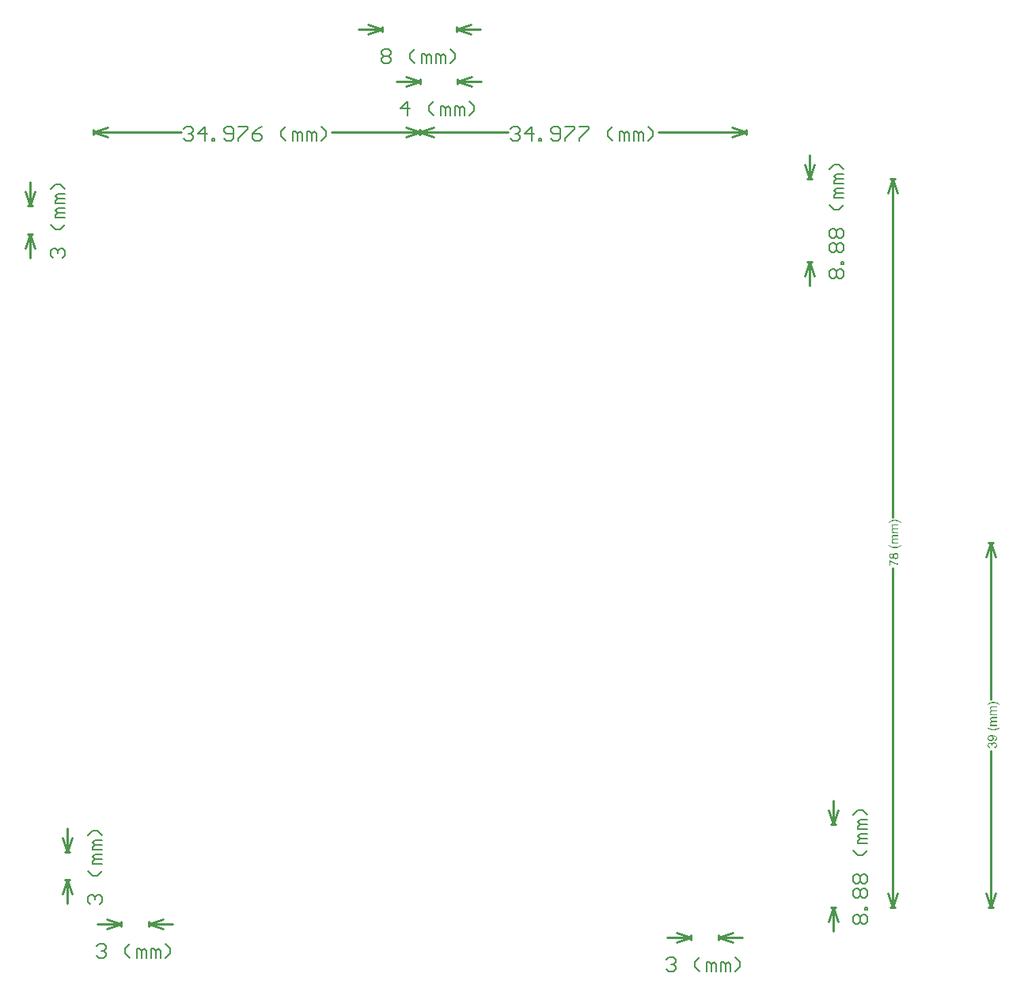
<source format=gtp>
G04*
G04 #@! TF.GenerationSoftware,Altium Limited,Altium Designer,18.1.7 (191)*
G04*
G04 Layer_Color=8421504*
%FSLAX25Y25*%
%MOIN*%
G70*
G01*
G75*
%ADD10C,0.01000*%
%ADD12C,0.00600*%
G36*
X651249Y206038D02*
X651313D01*
X651389Y206032D01*
X651471Y206021D01*
X651565Y206009D01*
X651664Y205997D01*
X651776Y205980D01*
X652004Y205927D01*
X652249Y205863D01*
X652372Y205816D01*
X652495Y205769D01*
X652501Y205763D01*
X652524Y205757D01*
X652559Y205740D01*
X652606Y205722D01*
X652665Y205693D01*
X652729Y205664D01*
X652805Y205629D01*
X652887Y205588D01*
X653062Y205488D01*
X653256Y205377D01*
X653454Y205254D01*
X653648Y205114D01*
Y204775D01*
X653642D01*
X653636Y204786D01*
X653612Y204792D01*
X653589Y204810D01*
X653560Y204827D01*
X653525Y204845D01*
X653478Y204868D01*
X653431Y204897D01*
X653320Y204956D01*
X653185Y205020D01*
X653033Y205096D01*
X652864Y205167D01*
X652676Y205243D01*
X652483Y205313D01*
X652273Y205377D01*
X652056Y205436D01*
X651828Y205488D01*
X651600Y205523D01*
X651366Y205553D01*
X651132Y205558D01*
X651126D01*
X651109D01*
X651085D01*
X651050D01*
X651003Y205553D01*
X650951D01*
X650892Y205547D01*
X650828D01*
X650676Y205529D01*
X650512Y205512D01*
X650336Y205483D01*
X650155Y205441D01*
X650149D01*
X650138Y205436D01*
X650114Y205430D01*
X650091Y205424D01*
X650056Y205418D01*
X650009Y205406D01*
X649915Y205377D01*
X649798Y205342D01*
X649670Y205301D01*
X649535Y205254D01*
X649400Y205196D01*
X649389Y205190D01*
X649377Y205184D01*
X649354Y205172D01*
X649330Y205161D01*
X649295Y205143D01*
X649260Y205126D01*
X649213Y205102D01*
X649160Y205079D01*
X649102Y205050D01*
X649038Y205014D01*
X648968Y204974D01*
X648891Y204933D01*
X648804Y204886D01*
X648710Y204833D01*
X648611Y204775D01*
Y205114D01*
X648617Y205120D01*
X648640Y205137D01*
X648675Y205161D01*
X648722Y205196D01*
X648786Y205237D01*
X648856Y205284D01*
X648932Y205336D01*
X649026Y205389D01*
X649120Y205447D01*
X649225Y205506D01*
X649447Y205629D01*
X649687Y205740D01*
X649810Y205792D01*
X649933Y205839D01*
X649939D01*
X649956Y205851D01*
X649991Y205857D01*
X650032Y205874D01*
X650085Y205886D01*
X650149Y205904D01*
X650219Y205921D01*
X650295Y205945D01*
X650383Y205962D01*
X650477Y205980D01*
X650681Y206015D01*
X650898Y206038D01*
X651132Y206044D01*
X651138D01*
X651161D01*
X651202D01*
X651249Y206038D01*
D02*
G37*
G36*
X652518Y203646D02*
X650769D01*
X650763D01*
X650758D01*
X650723D01*
X650670D01*
X650611Y203640D01*
X650477Y203628D01*
X650412Y203616D01*
X650360Y203599D01*
X650354D01*
X650336Y203587D01*
X650313Y203575D01*
X650284Y203558D01*
X650254Y203534D01*
X650219Y203505D01*
X650184Y203470D01*
X650155Y203429D01*
X650149Y203423D01*
X650143Y203406D01*
X650132Y203382D01*
X650114Y203353D01*
X650102Y203312D01*
X650091Y203259D01*
X650085Y203207D01*
X650079Y203148D01*
Y203101D01*
X650091Y203043D01*
X650102Y202979D01*
X650126Y202903D01*
X650161Y202821D01*
X650213Y202733D01*
X650278Y202657D01*
X650290Y202651D01*
X650313Y202628D01*
X650360Y202598D01*
X650430Y202563D01*
X650518Y202522D01*
X650623Y202493D01*
X650752Y202470D01*
X650904Y202464D01*
X652518D01*
Y201990D01*
X650711D01*
X650705D01*
X650699D01*
X650681D01*
X650658D01*
X650600Y201984D01*
X650535Y201978D01*
X650453Y201961D01*
X650377Y201943D01*
X650301Y201914D01*
X650237Y201873D01*
X650231Y201867D01*
X650213Y201850D01*
X650184Y201826D01*
X650155Y201785D01*
X650132Y201733D01*
X650102Y201668D01*
X650085Y201592D01*
X650079Y201499D01*
Y201464D01*
X650085Y201428D01*
X650091Y201376D01*
X650102Y201323D01*
X650126Y201259D01*
X650149Y201194D01*
X650184Y201130D01*
X650190Y201124D01*
X650202Y201101D01*
X650231Y201072D01*
X650260Y201037D01*
X650307Y200995D01*
X650360Y200955D01*
X650424Y200920D01*
X650494Y200884D01*
X650506Y200879D01*
X650529Y200873D01*
X650576Y200861D01*
X650641Y200849D01*
X650723Y200832D01*
X650822Y200820D01*
X650939Y200814D01*
X651074Y200808D01*
X652518D01*
Y200335D01*
X649734D01*
Y200756D01*
X650126D01*
X650114Y200762D01*
X650091Y200779D01*
X650056Y200808D01*
X650009Y200849D01*
X649956Y200896D01*
X649903Y200955D01*
X649845Y201025D01*
X649798Y201101D01*
X649792Y201113D01*
X649781Y201142D01*
X649757Y201189D01*
X649734Y201247D01*
X649710Y201323D01*
X649687Y201405D01*
X649675Y201504D01*
X649670Y201604D01*
Y201657D01*
X649675Y201715D01*
X649687Y201785D01*
X649699Y201861D01*
X649722Y201949D01*
X649757Y202031D01*
X649798Y202107D01*
X649804Y202119D01*
X649822Y202142D01*
X649851Y202177D01*
X649892Y202218D01*
X649944Y202265D01*
X650003Y202312D01*
X650079Y202353D01*
X650161Y202388D01*
X650155Y202394D01*
X650138Y202405D01*
X650114Y202423D01*
X650085Y202446D01*
X650044Y202481D01*
X650003Y202522D01*
X649962Y202569D01*
X649915Y202622D01*
X649868Y202680D01*
X649827Y202745D01*
X649746Y202897D01*
X649716Y202979D01*
X649693Y203066D01*
X649675Y203154D01*
X649670Y203254D01*
Y203295D01*
X649675Y203324D01*
Y203359D01*
X649681Y203400D01*
X649699Y203488D01*
X649728Y203593D01*
X649769Y203698D01*
X649827Y203798D01*
X649903Y203891D01*
X649915Y203903D01*
X649944Y203926D01*
X650003Y203961D01*
X650079Y204008D01*
X650178Y204049D01*
X650295Y204084D01*
X650442Y204108D01*
X650524Y204119D01*
X650611D01*
X652518D01*
Y203646D01*
D02*
G37*
G36*
Y199176D02*
X650769D01*
X650763D01*
X650758D01*
X650723D01*
X650670D01*
X650611Y199170D01*
X650477Y199159D01*
X650412Y199147D01*
X650360Y199129D01*
X650354D01*
X650336Y199118D01*
X650313Y199106D01*
X650284Y199088D01*
X650254Y199065D01*
X650219Y199036D01*
X650184Y199001D01*
X650155Y198960D01*
X650149Y198954D01*
X650143Y198936D01*
X650132Y198913D01*
X650114Y198884D01*
X650102Y198843D01*
X650091Y198790D01*
X650085Y198737D01*
X650079Y198679D01*
Y198632D01*
X650091Y198574D01*
X650102Y198509D01*
X650126Y198433D01*
X650161Y198351D01*
X650213Y198264D01*
X650278Y198187D01*
X650290Y198182D01*
X650313Y198158D01*
X650360Y198129D01*
X650430Y198094D01*
X650518Y198053D01*
X650623Y198024D01*
X650752Y198000D01*
X650904Y197994D01*
X652518D01*
Y197521D01*
X650711D01*
X650705D01*
X650699D01*
X650681D01*
X650658D01*
X650600Y197515D01*
X650535Y197509D01*
X650453Y197491D01*
X650377Y197474D01*
X650301Y197445D01*
X650237Y197404D01*
X650231Y197398D01*
X650213Y197380D01*
X650184Y197357D01*
X650155Y197316D01*
X650132Y197263D01*
X650102Y197199D01*
X650085Y197123D01*
X650079Y197029D01*
Y196994D01*
X650085Y196959D01*
X650091Y196906D01*
X650102Y196854D01*
X650126Y196789D01*
X650149Y196725D01*
X650184Y196661D01*
X650190Y196655D01*
X650202Y196631D01*
X650231Y196602D01*
X650260Y196567D01*
X650307Y196526D01*
X650360Y196485D01*
X650424Y196450D01*
X650494Y196415D01*
X650506Y196409D01*
X650529Y196403D01*
X650576Y196392D01*
X650641Y196380D01*
X650723Y196362D01*
X650822Y196351D01*
X650939Y196345D01*
X651074Y196339D01*
X652518D01*
Y195865D01*
X649734D01*
Y196286D01*
X650126D01*
X650114Y196292D01*
X650091Y196310D01*
X650056Y196339D01*
X650009Y196380D01*
X649956Y196427D01*
X649903Y196485D01*
X649845Y196555D01*
X649798Y196631D01*
X649792Y196643D01*
X649781Y196672D01*
X649757Y196719D01*
X649734Y196778D01*
X649710Y196854D01*
X649687Y196936D01*
X649675Y197035D01*
X649670Y197134D01*
Y197187D01*
X649675Y197246D01*
X649687Y197316D01*
X649699Y197392D01*
X649722Y197480D01*
X649757Y197562D01*
X649798Y197638D01*
X649804Y197649D01*
X649822Y197673D01*
X649851Y197708D01*
X649892Y197749D01*
X649944Y197796D01*
X650003Y197842D01*
X650079Y197883D01*
X650161Y197918D01*
X650155Y197924D01*
X650138Y197936D01*
X650114Y197953D01*
X650085Y197977D01*
X650044Y198012D01*
X650003Y198053D01*
X649962Y198100D01*
X649915Y198152D01*
X649868Y198211D01*
X649827Y198275D01*
X649746Y198427D01*
X649716Y198509D01*
X649693Y198597D01*
X649675Y198685D01*
X649670Y198784D01*
Y198825D01*
X649675Y198854D01*
Y198890D01*
X649681Y198931D01*
X649699Y199018D01*
X649728Y199124D01*
X649769Y199229D01*
X649827Y199328D01*
X649903Y199422D01*
X649915Y199434D01*
X649944Y199457D01*
X650003Y199492D01*
X650079Y199539D01*
X650178Y199580D01*
X650295Y199615D01*
X650442Y199638D01*
X650524Y199650D01*
X650611D01*
X652518D01*
Y199176D01*
D02*
G37*
G36*
X653648Y194988D02*
X653642Y194982D01*
X653624Y194970D01*
X653595Y194952D01*
X653560Y194923D01*
X653513Y194888D01*
X653454Y194847D01*
X653390Y194806D01*
X653314Y194759D01*
X653238Y194707D01*
X653150Y194654D01*
X653051Y194602D01*
X652951Y194543D01*
X652735Y194432D01*
X652495Y194326D01*
X652489D01*
X652466Y194315D01*
X652431Y194303D01*
X652378Y194286D01*
X652319Y194262D01*
X652249Y194239D01*
X652167Y194215D01*
X652074Y194192D01*
X651980Y194169D01*
X651869Y194145D01*
X651758Y194122D01*
X651641Y194098D01*
X651389Y194069D01*
X651261Y194063D01*
X651132Y194057D01*
X651126D01*
X651103D01*
X651068D01*
X651027Y194063D01*
X650968D01*
X650904Y194069D01*
X650828Y194075D01*
X650746Y194081D01*
X650658Y194093D01*
X650564Y194104D01*
X650360Y194139D01*
X650149Y194192D01*
X649933Y194256D01*
X649927Y194262D01*
X649903Y194268D01*
X649868Y194280D01*
X649822Y194303D01*
X649757Y194326D01*
X649687Y194356D01*
X649611Y194391D01*
X649517Y194438D01*
X649424Y194484D01*
X649319Y194537D01*
X649207Y194596D01*
X649096Y194666D01*
X648979Y194736D01*
X648856Y194812D01*
X648734Y194900D01*
X648611Y194988D01*
Y195327D01*
X648617Y195321D01*
X648634Y195315D01*
X648663Y195298D01*
X648698Y195274D01*
X648745Y195251D01*
X648798Y195222D01*
X648915Y195151D01*
X649044Y195081D01*
X649172Y195011D01*
X649295Y194952D01*
X649348Y194929D01*
X649395Y194906D01*
X649400D01*
X649412Y194900D01*
X649430Y194888D01*
X649459Y194876D01*
X649488Y194865D01*
X649529Y194847D01*
X649623Y194812D01*
X649734Y194771D01*
X649862Y194730D01*
X650003Y194689D01*
X650149Y194654D01*
X650155D01*
X650173Y194648D01*
X650196Y194642D01*
X650231Y194637D01*
X650278Y194631D01*
X650330Y194619D01*
X650389Y194607D01*
X650453Y194602D01*
X650600Y194578D01*
X650769Y194561D01*
X650945Y194549D01*
X651132Y194543D01*
X651138D01*
X651144D01*
X651161D01*
X651191D01*
X651220Y194549D01*
X651255D01*
X651302D01*
X651348Y194555D01*
X651460Y194566D01*
X651594Y194584D01*
X651746Y194607D01*
X651916Y194642D01*
X652103Y194683D01*
X652296Y194736D01*
X652507Y194800D01*
X652723Y194876D01*
X652946Y194964D01*
X653180Y195070D01*
X653413Y195186D01*
X653648Y195327D01*
Y194988D01*
D02*
G37*
G36*
X650699Y191998D02*
X650775D01*
X650851Y191992D01*
X650939Y191987D01*
X651126Y191963D01*
X651325Y191934D01*
X651518Y191893D01*
X651606Y191869D01*
X651694Y191840D01*
X651699D01*
X651711Y191834D01*
X651734Y191823D01*
X651764Y191811D01*
X651805Y191794D01*
X651846Y191776D01*
X651939Y191723D01*
X652050Y191653D01*
X652162Y191571D01*
X652267Y191478D01*
X652360Y191366D01*
Y191361D01*
X652372Y191355D01*
X652378Y191337D01*
X652396Y191308D01*
X652413Y191279D01*
X652431Y191244D01*
X652472Y191156D01*
X652513Y191045D01*
X652548Y190922D01*
X652571Y190776D01*
X652583Y190623D01*
Y190583D01*
X652577Y190547D01*
Y190512D01*
X652571Y190465D01*
X652554Y190360D01*
X652524Y190243D01*
X652478Y190120D01*
X652419Y190003D01*
X652337Y189886D01*
X652331Y189881D01*
X652325Y189875D01*
X652290Y189840D01*
X652232Y189793D01*
X652156Y189734D01*
X652056Y189676D01*
X651933Y189623D01*
X651793Y189576D01*
X651629Y189547D01*
X651594Y189997D01*
X651600D01*
X651606D01*
X651623Y190003D01*
X651647Y190009D01*
X651705Y190021D01*
X651770Y190044D01*
X651846Y190074D01*
X651922Y190109D01*
X651998Y190155D01*
X652056Y190214D01*
X652062Y190220D01*
X652080Y190243D01*
X652103Y190278D01*
X652127Y190331D01*
X652150Y190390D01*
X652173Y190460D01*
X652191Y190542D01*
X652197Y190635D01*
Y190670D01*
X652191Y190711D01*
X652185Y190764D01*
X652173Y190822D01*
X652156Y190887D01*
X652132Y190951D01*
X652097Y191015D01*
X652091Y191021D01*
X652080Y191045D01*
X652056Y191074D01*
X652027Y191109D01*
X651992Y191156D01*
X651945Y191197D01*
X651893Y191244D01*
X651834Y191285D01*
X651828Y191290D01*
X651805Y191302D01*
X651764Y191320D01*
X651711Y191349D01*
X651647Y191372D01*
X651571Y191402D01*
X651483Y191431D01*
X651383Y191460D01*
X651378D01*
X651372Y191466D01*
X651354D01*
X651337Y191472D01*
X651278Y191483D01*
X651202Y191495D01*
X651114Y191507D01*
X651021Y191518D01*
X650915Y191530D01*
X650804D01*
X650799D01*
X650781D01*
X650752D01*
X650711D01*
X650723Y191524D01*
X650746Y191501D01*
X650793Y191472D01*
X650840Y191425D01*
X650898Y191372D01*
X650962Y191302D01*
X651021Y191226D01*
X651079Y191138D01*
X651085Y191127D01*
X651103Y191097D01*
X651120Y191045D01*
X651144Y190980D01*
X651173Y190904D01*
X651191Y190816D01*
X651208Y190717D01*
X651214Y190612D01*
Y190565D01*
X651208Y190530D01*
X651202Y190489D01*
X651196Y190442D01*
X651173Y190331D01*
X651132Y190202D01*
X651103Y190138D01*
X651068Y190068D01*
X651027Y190003D01*
X650980Y189933D01*
X650927Y189869D01*
X650869Y189804D01*
X650863Y189799D01*
X650851Y189793D01*
X650834Y189775D01*
X650804Y189752D01*
X650769Y189728D01*
X650728Y189699D01*
X650681Y189670D01*
X650623Y189641D01*
X650564Y189611D01*
X650494Y189582D01*
X650418Y189553D01*
X650336Y189530D01*
X650249Y189506D01*
X650161Y189489D01*
X650061Y189483D01*
X649956Y189477D01*
X649950D01*
X649933D01*
X649898D01*
X649857Y189483D01*
X649810Y189489D01*
X649751Y189494D01*
X649687Y189506D01*
X649617Y189518D01*
X649471Y189559D01*
X649389Y189588D01*
X649313Y189623D01*
X649231Y189658D01*
X649155Y189705D01*
X649085Y189758D01*
X649014Y189816D01*
X649008Y189822D01*
X648997Y189834D01*
X648979Y189851D01*
X648956Y189881D01*
X648932Y189910D01*
X648903Y189951D01*
X648868Y189997D01*
X648833Y190056D01*
X648804Y190114D01*
X648769Y190179D01*
X648710Y190325D01*
X648693Y190407D01*
X648675Y190495D01*
X648663Y190588D01*
X648657Y190682D01*
Y190717D01*
X648663Y190746D01*
Y190776D01*
X648669Y190816D01*
X648681Y190910D01*
X648710Y191015D01*
X648745Y191127D01*
X648792Y191249D01*
X648862Y191366D01*
Y191372D01*
X648874Y191378D01*
X648886Y191396D01*
X648897Y191419D01*
X648944Y191472D01*
X649008Y191542D01*
X649096Y191618D01*
X649190Y191700D01*
X649307Y191776D01*
X649441Y191840D01*
X649447D01*
X649459Y191846D01*
X649482Y191858D01*
X649511Y191864D01*
X649547Y191881D01*
X649593Y191893D01*
X649652Y191905D01*
X649716Y191922D01*
X649787Y191940D01*
X649868Y191951D01*
X649956Y191969D01*
X650050Y191981D01*
X650155Y191987D01*
X650266Y191998D01*
X650389Y192004D01*
X650518D01*
X650524D01*
X650553D01*
X650588D01*
X650641D01*
X650699Y191998D01*
D02*
G37*
G36*
X651465Y189003D02*
X651512Y188997D01*
X651559Y188991D01*
X651617Y188980D01*
X651676Y188962D01*
X651811Y188921D01*
X651887Y188892D01*
X651957Y188851D01*
X652027Y188810D01*
X652097Y188763D01*
X652167Y188705D01*
X652238Y188640D01*
X652244Y188635D01*
X652255Y188623D01*
X652267Y188605D01*
X652290Y188576D01*
X652319Y188541D01*
X652349Y188494D01*
X652378Y188441D01*
X652407Y188389D01*
X652442Y188324D01*
X652472Y188254D01*
X652501Y188178D01*
X652530Y188096D01*
X652554Y188008D01*
X652565Y187915D01*
X652577Y187815D01*
X652583Y187716D01*
Y187669D01*
X652577Y187634D01*
X652571Y187587D01*
X652565Y187540D01*
X652559Y187482D01*
X652548Y187424D01*
X652513Y187289D01*
X652454Y187149D01*
X652425Y187078D01*
X652384Y187014D01*
X652337Y186944D01*
X652284Y186880D01*
X652279Y186874D01*
X652273Y186868D01*
X652255Y186850D01*
X652232Y186827D01*
X652197Y186803D01*
X652162Y186774D01*
X652121Y186739D01*
X652074Y186710D01*
X651957Y186640D01*
X651822Y186581D01*
X651670Y186529D01*
X651588Y186511D01*
X651501Y186499D01*
X651436Y186973D01*
X651442D01*
X651454Y186979D01*
X651477D01*
X651501Y186991D01*
X651571Y187008D01*
X651658Y187037D01*
X651752Y187073D01*
X651852Y187119D01*
X651939Y187178D01*
X652015Y187242D01*
X652021Y187254D01*
X652045Y187277D01*
X652068Y187318D01*
X652103Y187377D01*
X652132Y187441D01*
X652162Y187523D01*
X652185Y187617D01*
X652191Y187716D01*
Y187751D01*
X652185Y187775D01*
X652179Y187833D01*
X652162Y187909D01*
X652132Y188003D01*
X652097Y188096D01*
X652039Y188190D01*
X651963Y188278D01*
X651951Y188289D01*
X651922Y188313D01*
X651875Y188348D01*
X651805Y188395D01*
X651723Y188436D01*
X651623Y188471D01*
X651512Y188494D01*
X651389Y188506D01*
X651383D01*
X651378D01*
X651360D01*
X651337Y188500D01*
X651278Y188494D01*
X651202Y188477D01*
X651120Y188453D01*
X651027Y188412D01*
X650939Y188359D01*
X650857Y188289D01*
X650845Y188278D01*
X650822Y188254D01*
X650793Y188207D01*
X650752Y188143D01*
X650711Y188067D01*
X650681Y187973D01*
X650658Y187874D01*
X650646Y187757D01*
Y187704D01*
X650652Y187663D01*
X650658Y187617D01*
X650664Y187558D01*
X650676Y187494D01*
X650693Y187424D01*
X650278Y187476D01*
Y187505D01*
X650284Y187529D01*
Y187605D01*
X650278Y187657D01*
X650266Y187734D01*
X650249Y187815D01*
X650219Y187903D01*
X650184Y187997D01*
X650132Y188090D01*
X650126Y188102D01*
X650102Y188131D01*
X650061Y188166D01*
X650009Y188213D01*
X649944Y188260D01*
X649862Y188295D01*
X649763Y188324D01*
X649646Y188336D01*
X649640D01*
X649634D01*
X649605D01*
X649558Y188324D01*
X649494Y188313D01*
X649430Y188295D01*
X649359Y188260D01*
X649283Y188219D01*
X649219Y188161D01*
X649213Y188155D01*
X649190Y188131D01*
X649160Y188090D01*
X649131Y188038D01*
X649096Y187973D01*
X649073Y187897D01*
X649049Y187810D01*
X649044Y187710D01*
Y187663D01*
X649055Y187611D01*
X649067Y187552D01*
X649085Y187476D01*
X649120Y187400D01*
X649160Y187324D01*
X649219Y187248D01*
X649225Y187242D01*
X649248Y187219D01*
X649289Y187189D01*
X649348Y187154D01*
X649418Y187113D01*
X649506Y187078D01*
X649611Y187043D01*
X649734Y187020D01*
X649652Y186546D01*
X649646D01*
X649628Y186552D01*
X649605Y186558D01*
X649576Y186564D01*
X649535Y186575D01*
X649488Y186587D01*
X649383Y186628D01*
X649266Y186675D01*
X649143Y186745D01*
X649026Y186827D01*
X648921Y186932D01*
X648915Y186938D01*
X648909Y186944D01*
X648897Y186961D01*
X648880Y186991D01*
X648862Y187020D01*
X648839Y187055D01*
X648786Y187143D01*
X648739Y187254D01*
X648698Y187388D01*
X648669Y187535D01*
X648657Y187617D01*
Y187751D01*
X648663Y187810D01*
X648675Y187886D01*
X648693Y187973D01*
X648716Y188073D01*
X648751Y188172D01*
X648798Y188272D01*
Y188278D01*
X648804Y188284D01*
X648821Y188319D01*
X648850Y188365D01*
X648891Y188424D01*
X648944Y188488D01*
X649008Y188558D01*
X649085Y188623D01*
X649166Y188681D01*
X649178Y188687D01*
X649207Y188705D01*
X649254Y188728D01*
X649313Y188751D01*
X649389Y188775D01*
X649471Y188798D01*
X649558Y188816D01*
X649658Y188822D01*
X649670D01*
X649699D01*
X649746Y188816D01*
X649804Y188804D01*
X649874Y188787D01*
X649950Y188763D01*
X650032Y188734D01*
X650108Y188687D01*
X650120Y188681D01*
X650143Y188664D01*
X650178Y188629D01*
X650225Y188588D01*
X650278Y188529D01*
X650330Y188465D01*
X650389Y188383D01*
X650436Y188289D01*
Y188295D01*
X650442Y188307D01*
Y188324D01*
X650453Y188348D01*
X650471Y188406D01*
X650506Y188482D01*
X650547Y188564D01*
X650605Y188652D01*
X650676Y188740D01*
X650763Y188816D01*
X650775Y188822D01*
X650810Y188845D01*
X650863Y188874D01*
X650933Y188915D01*
X651021Y188950D01*
X651126Y188980D01*
X651249Y189003D01*
X651383Y189009D01*
X651389D01*
X651407D01*
X651430D01*
X651465Y189003D01*
D02*
G37*
G36*
X609749Y282798D02*
X609813D01*
X609889Y282792D01*
X609971Y282781D01*
X610065Y282769D01*
X610164Y282757D01*
X610276Y282740D01*
X610504Y282687D01*
X610749Y282623D01*
X610872Y282576D01*
X610995Y282529D01*
X611001Y282523D01*
X611024Y282517D01*
X611059Y282500D01*
X611106Y282482D01*
X611165Y282453D01*
X611229Y282424D01*
X611305Y282389D01*
X611387Y282348D01*
X611562Y282248D01*
X611756Y282137D01*
X611954Y282014D01*
X612148Y281874D01*
Y281535D01*
X612142D01*
X612136Y281546D01*
X612112Y281552D01*
X612089Y281570D01*
X612060Y281587D01*
X612025Y281605D01*
X611978Y281628D01*
X611931Y281657D01*
X611820Y281716D01*
X611685Y281780D01*
X611533Y281856D01*
X611364Y281926D01*
X611176Y282003D01*
X610983Y282073D01*
X610773Y282137D01*
X610556Y282196D01*
X610328Y282248D01*
X610100Y282283D01*
X609866Y282313D01*
X609632Y282318D01*
X609626D01*
X609609D01*
X609585D01*
X609550D01*
X609503Y282313D01*
X609451D01*
X609392Y282307D01*
X609328D01*
X609176Y282289D01*
X609012Y282272D01*
X608836Y282242D01*
X608655Y282202D01*
X608649D01*
X608638Y282196D01*
X608614Y282190D01*
X608591Y282184D01*
X608556Y282178D01*
X608509Y282166D01*
X608415Y282137D01*
X608298Y282102D01*
X608170Y282061D01*
X608035Y282014D01*
X607900Y281956D01*
X607889Y281950D01*
X607877Y281944D01*
X607854Y281932D01*
X607830Y281921D01*
X607795Y281903D01*
X607760Y281886D01*
X607713Y281862D01*
X607660Y281839D01*
X607602Y281809D01*
X607538Y281774D01*
X607468Y281733D01*
X607391Y281693D01*
X607304Y281646D01*
X607210Y281593D01*
X607111Y281535D01*
Y281874D01*
X607117Y281880D01*
X607140Y281897D01*
X607175Y281921D01*
X607222Y281956D01*
X607286Y281997D01*
X607356Y282044D01*
X607432Y282096D01*
X607526Y282149D01*
X607620Y282207D01*
X607725Y282266D01*
X607947Y282389D01*
X608187Y282500D01*
X608310Y282553D01*
X608433Y282599D01*
X608439D01*
X608456Y282611D01*
X608491Y282617D01*
X608532Y282634D01*
X608585Y282646D01*
X608649Y282664D01*
X608719Y282681D01*
X608795Y282705D01*
X608883Y282722D01*
X608977Y282740D01*
X609181Y282775D01*
X609398Y282798D01*
X609632Y282804D01*
X609638D01*
X609661D01*
X609702D01*
X609749Y282798D01*
D02*
G37*
G36*
X611018Y280405D02*
X609269D01*
X609263D01*
X609258D01*
X609223D01*
X609170D01*
X609111Y280400D01*
X608977Y280388D01*
X608912Y280376D01*
X608860Y280359D01*
X608854D01*
X608836Y280347D01*
X608813Y280335D01*
X608784Y280318D01*
X608754Y280294D01*
X608719Y280265D01*
X608684Y280230D01*
X608655Y280189D01*
X608649Y280183D01*
X608643Y280166D01*
X608632Y280142D01*
X608614Y280113D01*
X608602Y280072D01*
X608591Y280019D01*
X608585Y279967D01*
X608579Y279908D01*
Y279861D01*
X608591Y279803D01*
X608602Y279739D01*
X608626Y279663D01*
X608661Y279581D01*
X608713Y279493D01*
X608778Y279417D01*
X608790Y279411D01*
X608813Y279388D01*
X608860Y279358D01*
X608930Y279323D01*
X609018Y279282D01*
X609123Y279253D01*
X609252Y279230D01*
X609404Y279224D01*
X611018D01*
Y278750D01*
X609211D01*
X609205D01*
X609199D01*
X609181D01*
X609158D01*
X609100Y278744D01*
X609035Y278738D01*
X608953Y278721D01*
X608877Y278703D01*
X608801Y278674D01*
X608737Y278633D01*
X608731Y278627D01*
X608713Y278610D01*
X608684Y278586D01*
X608655Y278545D01*
X608632Y278493D01*
X608602Y278428D01*
X608585Y278352D01*
X608579Y278259D01*
Y278223D01*
X608585Y278188D01*
X608591Y278136D01*
X608602Y278083D01*
X608626Y278019D01*
X608649Y277954D01*
X608684Y277890D01*
X608690Y277884D01*
X608702Y277861D01*
X608731Y277832D01*
X608760Y277796D01*
X608807Y277755D01*
X608860Y277714D01*
X608924Y277679D01*
X608994Y277644D01*
X609006Y277639D01*
X609029Y277633D01*
X609076Y277621D01*
X609141Y277609D01*
X609223Y277592D01*
X609322Y277580D01*
X609439Y277574D01*
X609574Y277568D01*
X611018D01*
Y277094D01*
X608234D01*
Y277516D01*
X608626D01*
X608614Y277521D01*
X608591Y277539D01*
X608556Y277568D01*
X608509Y277609D01*
X608456Y277656D01*
X608403Y277714D01*
X608345Y277785D01*
X608298Y277861D01*
X608292Y277872D01*
X608281Y277902D01*
X608257Y277948D01*
X608234Y278007D01*
X608210Y278083D01*
X608187Y278165D01*
X608175Y278264D01*
X608170Y278364D01*
Y278416D01*
X608175Y278475D01*
X608187Y278545D01*
X608199Y278621D01*
X608222Y278709D01*
X608257Y278791D01*
X608298Y278867D01*
X608304Y278879D01*
X608322Y278902D01*
X608351Y278937D01*
X608392Y278978D01*
X608444Y279025D01*
X608503Y279072D01*
X608579Y279113D01*
X608661Y279148D01*
X608655Y279154D01*
X608638Y279165D01*
X608614Y279183D01*
X608585Y279206D01*
X608544Y279241D01*
X608503Y279282D01*
X608462Y279329D01*
X608415Y279382D01*
X608368Y279440D01*
X608327Y279505D01*
X608246Y279657D01*
X608216Y279739D01*
X608193Y279826D01*
X608175Y279914D01*
X608170Y280014D01*
Y280054D01*
X608175Y280084D01*
Y280119D01*
X608181Y280160D01*
X608199Y280248D01*
X608228Y280353D01*
X608269Y280458D01*
X608327Y280558D01*
X608403Y280651D01*
X608415Y280663D01*
X608444Y280686D01*
X608503Y280721D01*
X608579Y280768D01*
X608678Y280809D01*
X608795Y280844D01*
X608942Y280868D01*
X609024Y280879D01*
X609111D01*
X611018D01*
Y280405D01*
D02*
G37*
G36*
Y275936D02*
X609269D01*
X609263D01*
X609258D01*
X609223D01*
X609170D01*
X609111Y275930D01*
X608977Y275919D01*
X608912Y275907D01*
X608860Y275889D01*
X608854D01*
X608836Y275878D01*
X608813Y275866D01*
X608784Y275848D01*
X608754Y275825D01*
X608719Y275796D01*
X608684Y275761D01*
X608655Y275720D01*
X608649Y275714D01*
X608643Y275696D01*
X608632Y275673D01*
X608614Y275644D01*
X608602Y275603D01*
X608591Y275550D01*
X608585Y275497D01*
X608579Y275439D01*
Y275392D01*
X608591Y275334D01*
X608602Y275269D01*
X608626Y275193D01*
X608661Y275111D01*
X608713Y275024D01*
X608778Y274948D01*
X608790Y274942D01*
X608813Y274918D01*
X608860Y274889D01*
X608930Y274854D01*
X609018Y274813D01*
X609123Y274784D01*
X609252Y274760D01*
X609404Y274754D01*
X611018D01*
Y274281D01*
X609211D01*
X609205D01*
X609199D01*
X609181D01*
X609158D01*
X609100Y274275D01*
X609035Y274269D01*
X608953Y274251D01*
X608877Y274234D01*
X608801Y274204D01*
X608737Y274164D01*
X608731Y274158D01*
X608713Y274140D01*
X608684Y274117D01*
X608655Y274076D01*
X608632Y274023D01*
X608602Y273959D01*
X608585Y273883D01*
X608579Y273789D01*
Y273754D01*
X608585Y273719D01*
X608591Y273666D01*
X608602Y273614D01*
X608626Y273549D01*
X608649Y273485D01*
X608684Y273421D01*
X608690Y273415D01*
X608702Y273391D01*
X608731Y273362D01*
X608760Y273327D01*
X608807Y273286D01*
X608860Y273245D01*
X608924Y273210D01*
X608994Y273175D01*
X609006Y273169D01*
X609029Y273163D01*
X609076Y273151D01*
X609141Y273140D01*
X609223Y273122D01*
X609322Y273111D01*
X609439Y273105D01*
X609574Y273099D01*
X611018D01*
Y272625D01*
X608234D01*
Y273046D01*
X608626D01*
X608614Y273052D01*
X608591Y273070D01*
X608556Y273099D01*
X608509Y273140D01*
X608456Y273187D01*
X608403Y273245D01*
X608345Y273315D01*
X608298Y273391D01*
X608292Y273403D01*
X608281Y273432D01*
X608257Y273479D01*
X608234Y273538D01*
X608210Y273614D01*
X608187Y273696D01*
X608175Y273795D01*
X608170Y273895D01*
Y273947D01*
X608175Y274006D01*
X608187Y274076D01*
X608199Y274152D01*
X608222Y274240D01*
X608257Y274322D01*
X608298Y274398D01*
X608304Y274409D01*
X608322Y274433D01*
X608351Y274468D01*
X608392Y274509D01*
X608444Y274555D01*
X608503Y274602D01*
X608579Y274643D01*
X608661Y274678D01*
X608655Y274684D01*
X608638Y274696D01*
X608614Y274713D01*
X608585Y274737D01*
X608544Y274772D01*
X608503Y274813D01*
X608462Y274860D01*
X608415Y274912D01*
X608368Y274971D01*
X608327Y275035D01*
X608246Y275187D01*
X608216Y275269D01*
X608193Y275357D01*
X608175Y275445D01*
X608170Y275544D01*
Y275585D01*
X608175Y275614D01*
Y275649D01*
X608181Y275690D01*
X608199Y275778D01*
X608228Y275884D01*
X608269Y275989D01*
X608327Y276088D01*
X608403Y276182D01*
X608415Y276193D01*
X608444Y276217D01*
X608503Y276252D01*
X608579Y276299D01*
X608678Y276340D01*
X608795Y276375D01*
X608942Y276398D01*
X609024Y276410D01*
X609111D01*
X611018D01*
Y275936D01*
D02*
G37*
G36*
X612148Y271747D02*
X612142Y271742D01*
X612124Y271730D01*
X612095Y271712D01*
X612060Y271683D01*
X612013Y271648D01*
X611954Y271607D01*
X611890Y271566D01*
X611814Y271519D01*
X611738Y271467D01*
X611650Y271414D01*
X611551Y271361D01*
X611451Y271303D01*
X611235Y271192D01*
X610995Y271087D01*
X610989D01*
X610966Y271075D01*
X610931Y271063D01*
X610878Y271045D01*
X610819Y271022D01*
X610749Y270999D01*
X610667Y270975D01*
X610574Y270952D01*
X610480Y270929D01*
X610369Y270905D01*
X610258Y270882D01*
X610141Y270858D01*
X609889Y270829D01*
X609761Y270823D01*
X609632Y270817D01*
X609626D01*
X609603D01*
X609568D01*
X609527Y270823D01*
X609468D01*
X609404Y270829D01*
X609328Y270835D01*
X609246Y270841D01*
X609158Y270852D01*
X609064Y270864D01*
X608860Y270899D01*
X608649Y270952D01*
X608433Y271016D01*
X608427Y271022D01*
X608403Y271028D01*
X608368Y271040D01*
X608322Y271063D01*
X608257Y271087D01*
X608187Y271116D01*
X608111Y271151D01*
X608017Y271198D01*
X607924Y271244D01*
X607819Y271297D01*
X607707Y271356D01*
X607596Y271426D01*
X607479Y271496D01*
X607356Y271572D01*
X607233Y271660D01*
X607111Y271747D01*
Y272087D01*
X607117Y272081D01*
X607134Y272075D01*
X607163Y272058D01*
X607198Y272034D01*
X607245Y272011D01*
X607298Y271982D01*
X607415Y271911D01*
X607544Y271841D01*
X607672Y271771D01*
X607795Y271712D01*
X607848Y271689D01*
X607895Y271666D01*
X607900D01*
X607912Y271660D01*
X607930Y271648D01*
X607959Y271636D01*
X607988Y271625D01*
X608029Y271607D01*
X608123Y271572D01*
X608234Y271531D01*
X608362Y271490D01*
X608503Y271449D01*
X608649Y271414D01*
X608655D01*
X608673Y271408D01*
X608696Y271402D01*
X608731Y271396D01*
X608778Y271391D01*
X608830Y271379D01*
X608889Y271367D01*
X608953Y271361D01*
X609100Y271338D01*
X609269Y271321D01*
X609445Y271309D01*
X609632Y271303D01*
X609638D01*
X609644D01*
X609661D01*
X609691D01*
X609720Y271309D01*
X609755D01*
X609802D01*
X609848Y271315D01*
X609960Y271326D01*
X610094Y271344D01*
X610246Y271367D01*
X610416Y271402D01*
X610603Y271443D01*
X610796Y271496D01*
X611007Y271560D01*
X611223Y271636D01*
X611446Y271724D01*
X611680Y271829D01*
X611913Y271946D01*
X612148Y272087D01*
Y271747D01*
D02*
G37*
G36*
X610001Y268758D02*
X610042Y268752D01*
X610094Y268746D01*
X610211Y268723D01*
X610340Y268676D01*
X610410Y268653D01*
X610480Y268618D01*
X610550Y268577D01*
X610621Y268530D01*
X610685Y268477D01*
X610749Y268413D01*
X610755Y268407D01*
X610761Y268395D01*
X610779Y268378D01*
X610802Y268349D01*
X610825Y268314D01*
X610855Y268273D01*
X610884Y268226D01*
X610913Y268167D01*
X610948Y268103D01*
X610978Y268033D01*
X611007Y267957D01*
X611030Y267875D01*
X611054Y267793D01*
X611071Y267699D01*
X611077Y267600D01*
X611083Y267495D01*
Y267442D01*
X611077Y267401D01*
X611071Y267354D01*
X611065Y267296D01*
X611054Y267237D01*
X611042Y267167D01*
X611001Y267021D01*
X610972Y266945D01*
X610942Y266869D01*
X610901Y266793D01*
X610860Y266717D01*
X610808Y266646D01*
X610749Y266576D01*
X610744Y266570D01*
X610732Y266559D01*
X610714Y266547D01*
X610691Y266524D01*
X610656Y266494D01*
X610615Y266465D01*
X610568Y266436D01*
X610515Y266406D01*
X610457Y266371D01*
X610393Y266342D01*
X610252Y266284D01*
X610170Y266260D01*
X610088Y266248D01*
X610001Y266237D01*
X609907Y266231D01*
X609901D01*
X609889D01*
X609872D01*
X609843Y266237D01*
X609813D01*
X609772Y266243D01*
X609691Y266254D01*
X609591Y266278D01*
X609486Y266313D01*
X609380Y266354D01*
X609281Y266418D01*
X609275D01*
X609269Y266430D01*
X609240Y266453D01*
X609193Y266500D01*
X609141Y266559D01*
X609082Y266635D01*
X609024Y266728D01*
X608971Y266839D01*
X608930Y266962D01*
Y266956D01*
X608924Y266950D01*
X608912Y266915D01*
X608883Y266863D01*
X608854Y266798D01*
X608807Y266722D01*
X608754Y266652D01*
X608696Y266582D01*
X608626Y266524D01*
X608614Y266518D01*
X608591Y266500D01*
X608550Y266477D01*
X608491Y266453D01*
X608421Y266430D01*
X608339Y266406D01*
X608251Y266389D01*
X608152Y266383D01*
X608146D01*
X608134D01*
X608111D01*
X608082Y266389D01*
X608047Y266395D01*
X608006Y266401D01*
X607906Y266418D01*
X607795Y266453D01*
X607678Y266512D01*
X607614Y266541D01*
X607555Y266582D01*
X607497Y266629D01*
X607444Y266681D01*
X607438Y266687D01*
X607432Y266693D01*
X607415Y266711D01*
X607397Y266734D01*
X607380Y266769D01*
X607350Y266804D01*
X607327Y266845D01*
X607298Y266898D01*
X607245Y267009D01*
X607204Y267149D01*
X607169Y267307D01*
X607163Y267389D01*
X607157Y267483D01*
Y267530D01*
X607163Y267565D01*
Y267612D01*
X607175Y267658D01*
X607193Y267775D01*
X607228Y267904D01*
X607280Y268039D01*
X607315Y268109D01*
X607350Y268173D01*
X607397Y268237D01*
X607450Y268296D01*
X607456Y268302D01*
X607462Y268308D01*
X607479Y268325D01*
X607503Y268343D01*
X607532Y268366D01*
X607567Y268395D01*
X607649Y268454D01*
X607754Y268507D01*
X607877Y268559D01*
X608011Y268594D01*
X608088Y268600D01*
X608164Y268606D01*
X608175D01*
X608210D01*
X608257Y268600D01*
X608322Y268588D01*
X608398Y268571D01*
X608474Y268548D01*
X608556Y268513D01*
X608632Y268466D01*
X608638Y268460D01*
X608661Y268442D01*
X608696Y268407D01*
X608743Y268360D01*
X608790Y268302D01*
X608836Y268226D01*
X608889Y268138D01*
X608930Y268039D01*
Y268044D01*
X608936Y268056D01*
X608942Y268074D01*
X608953Y268097D01*
X608983Y268162D01*
X609018Y268237D01*
X609070Y268325D01*
X609135Y268413D01*
X609217Y268501D01*
X609304Y268577D01*
X609316Y268583D01*
X609351Y268606D01*
X609404Y268635D01*
X609480Y268670D01*
X609568Y268706D01*
X609673Y268735D01*
X609790Y268758D01*
X609919Y268764D01*
X609925D01*
X609942D01*
X609965D01*
X610001Y268758D01*
D02*
G37*
G36*
X607596Y265763D02*
X607608Y265751D01*
X607631Y265734D01*
X607660Y265704D01*
X607701Y265675D01*
X607748Y265634D01*
X607807Y265587D01*
X607865Y265541D01*
X607935Y265488D01*
X608017Y265429D01*
X608099Y265365D01*
X608193Y265307D01*
X608292Y265242D01*
X608398Y265172D01*
X608515Y265108D01*
X608632Y265038D01*
X608638Y265032D01*
X608661Y265020D01*
X608696Y265002D01*
X608743Y264979D01*
X608801Y264950D01*
X608872Y264915D01*
X608953Y264874D01*
X609041Y264833D01*
X609135Y264792D01*
X609240Y264745D01*
X609351Y264698D01*
X609468Y264651D01*
X609708Y264564D01*
X609965Y264482D01*
X609971D01*
X609989Y264476D01*
X610012Y264470D01*
X610047Y264458D01*
X610094Y264447D01*
X610147Y264435D01*
X610211Y264423D01*
X610276Y264406D01*
X610352Y264394D01*
X610433Y264376D01*
X610609Y264347D01*
X610808Y264324D01*
X611018Y264306D01*
Y263821D01*
X611013D01*
X610995D01*
X610972D01*
X610936Y263827D01*
X610896D01*
X610843Y263832D01*
X610779Y263838D01*
X610714Y263844D01*
X610638Y263856D01*
X610550Y263868D01*
X610463Y263879D01*
X610369Y263897D01*
X610264Y263914D01*
X610158Y263938D01*
X609925Y263996D01*
X609919D01*
X609895Y264002D01*
X609860Y264014D01*
X609813Y264025D01*
X609755Y264043D01*
X609691Y264067D01*
X609614Y264090D01*
X609527Y264119D01*
X609439Y264154D01*
X609340Y264189D01*
X609129Y264271D01*
X608907Y264371D01*
X608684Y264482D01*
X608678Y264488D01*
X608655Y264499D01*
X608626Y264517D01*
X608585Y264540D01*
X608532Y264570D01*
X608474Y264605D01*
X608409Y264646D01*
X608333Y264687D01*
X608175Y264792D01*
X608006Y264909D01*
X607836Y265032D01*
X607672Y265166D01*
Y263283D01*
X607222D01*
Y265769D01*
X607590D01*
X607596Y265763D01*
D02*
G37*
%LPC*%
G36*
X649939Y191478D02*
X649933D01*
X649921D01*
X649898D01*
X649868Y191472D01*
X649833D01*
X649798Y191466D01*
X649705Y191448D01*
X649599Y191425D01*
X649494Y191384D01*
X649389Y191331D01*
X649289Y191261D01*
X649277Y191249D01*
X649254Y191220D01*
X649213Y191179D01*
X649166Y191115D01*
X649125Y191039D01*
X649085Y190951D01*
X649061Y190852D01*
X649049Y190741D01*
Y190711D01*
X649055Y190688D01*
X649061Y190629D01*
X649079Y190553D01*
X649114Y190465D01*
X649160Y190378D01*
X649219Y190284D01*
X649260Y190237D01*
X649307Y190191D01*
X649319Y190179D01*
X649354Y190155D01*
X649412Y190120D01*
X649488Y190079D01*
X649582Y190033D01*
X649699Y189997D01*
X649827Y189974D01*
X649974Y189962D01*
X649979D01*
X649991D01*
X650009D01*
X650032Y189968D01*
X650102Y189974D01*
X650184Y189992D01*
X650284Y190015D01*
X650383Y190056D01*
X650477Y190109D01*
X650570Y190179D01*
X650582Y190191D01*
X650605Y190220D01*
X650641Y190267D01*
X650681Y190331D01*
X650728Y190413D01*
X650763Y190506D01*
X650787Y190612D01*
X650799Y190729D01*
Y190758D01*
X650793Y190781D01*
X650787Y190840D01*
X650769Y190916D01*
X650740Y190998D01*
X650705Y191092D01*
X650646Y191179D01*
X650570Y191261D01*
X650559Y191273D01*
X650529Y191296D01*
X650477Y191331D01*
X650407Y191372D01*
X650313Y191407D01*
X650208Y191443D01*
X650079Y191466D01*
X649939Y191478D01*
D02*
G37*
G36*
X608158Y268121D02*
X608152D01*
X608146D01*
X608117D01*
X608064Y268109D01*
X608006Y268097D01*
X607941Y268074D01*
X607865Y268044D01*
X607795Y267998D01*
X607725Y267939D01*
X607719Y267933D01*
X607696Y267910D01*
X607666Y267869D01*
X607631Y267816D01*
X607602Y267752D01*
X607573Y267676D01*
X607549Y267594D01*
X607544Y267495D01*
Y267448D01*
X607555Y267401D01*
X607567Y267337D01*
X607584Y267266D01*
X607620Y267190D01*
X607660Y267114D01*
X607719Y267044D01*
X607725Y267038D01*
X607748Y267015D01*
X607789Y266991D01*
X607836Y266956D01*
X607895Y266927D01*
X607971Y266898D01*
X608047Y266875D01*
X608134Y266869D01*
X608146D01*
X608181D01*
X608228Y266880D01*
X608292Y266892D01*
X608362Y266910D01*
X608433Y266939D01*
X608509Y266980D01*
X608579Y267038D01*
X608585Y267044D01*
X608602Y267068D01*
X608632Y267108D01*
X608661Y267161D01*
X608696Y267226D01*
X608719Y267307D01*
X608743Y267395D01*
X608749Y267495D01*
Y267541D01*
X608737Y267588D01*
X608725Y267653D01*
X608708Y267723D01*
X608678Y267799D01*
X608638Y267875D01*
X608579Y267945D01*
X608573Y267951D01*
X608550Y267974D01*
X608515Y268004D01*
X608462Y268033D01*
X608403Y268068D01*
X608327Y268091D01*
X608246Y268115D01*
X608158Y268121D01*
D02*
G37*
G36*
X609925Y268279D02*
X609919D01*
X609907D01*
X609889D01*
X609866Y268273D01*
X609807Y268267D01*
X609726Y268249D01*
X609638Y268226D01*
X609544Y268185D01*
X609451Y268126D01*
X609363Y268050D01*
X609351Y268039D01*
X609328Y268009D01*
X609293Y267963D01*
X609246Y267898D01*
X609205Y267816D01*
X609170Y267717D01*
X609146Y267606D01*
X609135Y267483D01*
Y267454D01*
X609141Y267430D01*
X609146Y267366D01*
X609164Y267290D01*
X609187Y267202D01*
X609228Y267108D01*
X609281Y267021D01*
X609357Y266933D01*
X609369Y266921D01*
X609398Y266898D01*
X609445Y266863D01*
X609509Y266828D01*
X609591Y266787D01*
X609685Y266752D01*
X609796Y266728D01*
X609913Y266717D01*
X609919D01*
X609948D01*
X609983Y266722D01*
X610036Y266728D01*
X610094Y266740D01*
X610164Y266757D01*
X610234Y266781D01*
X610305Y266810D01*
X610311Y266816D01*
X610334Y266828D01*
X610369Y266851D01*
X610410Y266880D01*
X610457Y266921D01*
X610509Y266968D01*
X610556Y267027D01*
X610597Y267091D01*
X610603Y267103D01*
X610615Y267126D01*
X610627Y267161D01*
X610644Y267214D01*
X610667Y267278D01*
X610679Y267342D01*
X610691Y267419D01*
X610697Y267500D01*
Y267535D01*
X610691Y267559D01*
X610685Y267617D01*
X610667Y267699D01*
X610644Y267787D01*
X610603Y267881D01*
X610550Y267968D01*
X610480Y268056D01*
X610468Y268068D01*
X610439Y268091D01*
X610393Y268126D01*
X610328Y268167D01*
X610252Y268208D01*
X610153Y268243D01*
X610047Y268267D01*
X609925Y268279D01*
D02*
G37*
%LPD*%
D10*
X244400Y415000D02*
X246400D01*
X244400Y403189D02*
X246400D01*
X245400Y415000D02*
X247400Y421000D01*
X243400D02*
X245400Y415000D01*
Y403189D02*
X247400Y397189D01*
X243400D02*
X245400Y403189D01*
Y415000D02*
Y425000D01*
Y393189D02*
Y403189D01*
X260100Y142811D02*
X262100D01*
X260100Y131000D02*
X262100D01*
X261100Y142811D02*
X263100Y148811D01*
X259100D02*
X261100Y142811D01*
Y131000D02*
X263100Y125000D01*
X259100D02*
X261100Y131000D01*
Y142811D02*
Y152811D01*
Y121000D02*
Y131000D01*
X649000Y273043D02*
X651000D01*
X649000Y119500D02*
X651000D01*
X650000Y273043D02*
X652000Y267043D01*
X648000D02*
X650000Y273043D01*
Y119500D02*
X652000Y125500D01*
X648000D02*
X650000Y119500D01*
Y207044D02*
Y273043D01*
Y119500D02*
Y185499D01*
X607500Y426587D02*
X609500D01*
X607500Y119500D02*
X609500D01*
X608500Y426587D02*
X610500Y420587D01*
X606500D02*
X608500Y426587D01*
Y119500D02*
X610500Y125500D01*
X606500D02*
X608500Y119500D01*
Y283804D02*
Y426587D01*
Y119500D02*
Y262283D01*
X572500Y426461D02*
X574500D01*
X572500Y391500D02*
X574500D01*
X573500Y426461D02*
X575500Y432461D01*
X571500D02*
X573500Y426461D01*
Y391500D02*
X575500Y385500D01*
X571500D02*
X573500Y391500D01*
Y426461D02*
Y436461D01*
Y381500D02*
Y391500D01*
X535400Y105800D02*
Y107800D01*
X523589Y105800D02*
Y107800D01*
X535400Y106800D02*
X541400Y104800D01*
X535400Y106800D02*
X541400Y108800D01*
X517589Y104800D02*
X523589Y106800D01*
X517589Y108800D02*
X523589Y106800D01*
X535400D02*
X545400D01*
X513589D02*
X523589D01*
X582500Y154461D02*
X584500D01*
X582500Y119500D02*
X584500D01*
X583500Y154461D02*
X585500Y160461D01*
X581500D02*
X583500Y154461D01*
Y119500D02*
X585500Y113500D01*
X581500D02*
X583500Y119500D01*
Y154461D02*
Y164461D01*
Y109500D02*
Y119500D01*
X295411Y111400D02*
Y113400D01*
X283600Y111400D02*
Y113400D01*
X295411Y112400D02*
X301411Y110400D01*
X295411Y112400D02*
X301411Y114400D01*
X277600Y110400D02*
X283600Y112400D01*
X277600Y114400D02*
X283600Y112400D01*
X295411D02*
X305411D01*
X273600D02*
X283600D01*
X409499Y445000D02*
X409501Y447000D01*
X271799Y445100D02*
X271801Y447100D01*
X403499Y444004D02*
X409500Y446000D01*
X403502Y448004D02*
X409500Y446000D01*
X271800Y446100D02*
X277799Y444096D01*
X271800Y446100D02*
X277801Y448096D01*
X372240Y446027D02*
X409500Y446000D01*
X271800Y446100D02*
X309060Y446073D01*
X424996Y488500D02*
Y490500D01*
X393500Y488500D02*
Y490500D01*
X424996Y489500D02*
X430996Y487500D01*
X424996Y489500D02*
X430996Y491500D01*
X387500Y487500D02*
X393500Y489500D01*
X387500Y491500D02*
X393500Y489500D01*
X424996D02*
X434996D01*
X383500D02*
X393500D01*
X425248Y466500D02*
Y468500D01*
X409500Y466500D02*
Y468500D01*
X425248Y467500D02*
X431248Y465500D01*
X425248Y467500D02*
X431248Y469500D01*
X403500Y465500D02*
X409500Y467500D01*
X403500Y469500D02*
X409500Y467500D01*
X425248D02*
X435248D01*
X399500D02*
X409500D01*
X547100Y445000D02*
Y447000D01*
X409394Y445000D02*
Y447000D01*
X541100Y444000D02*
X547100Y446000D01*
X541100Y448000D02*
X547100Y446000D01*
X409394D02*
X415394Y444000D01*
X409394Y446000D02*
X415394Y448000D01*
X509837Y446000D02*
X547100D01*
X409394D02*
X446657D01*
D12*
X254798Y393000D02*
X253798Y393999D01*
Y395999D01*
X254798Y396998D01*
X255797D01*
X256797Y395999D01*
Y394999D01*
Y395999D01*
X257797Y396998D01*
X258796D01*
X259796Y395999D01*
Y393999D01*
X258796Y393000D01*
X259796Y406995D02*
X257797Y404996D01*
X255797D01*
X253798Y406995D01*
X259796Y409994D02*
X255797D01*
Y410994D01*
X256797Y411993D01*
X259796D01*
X256797D01*
X255797Y412993D01*
X256797Y413993D01*
X259796D01*
Y415992D02*
X255797D01*
Y416992D01*
X256797Y417991D01*
X259796D01*
X256797D01*
X255797Y418991D01*
X256797Y419991D01*
X259796D01*
Y421990D02*
X257797Y423989D01*
X255797D01*
X253798Y421990D01*
X270498Y120810D02*
X269498Y121810D01*
Y123810D01*
X270498Y124809D01*
X271497D01*
X272497Y123810D01*
Y122810D01*
Y123810D01*
X273497Y124809D01*
X274496D01*
X275496Y123810D01*
Y121810D01*
X274496Y120810D01*
X275496Y134806D02*
X273497Y132807D01*
X271497D01*
X269498Y134806D01*
X275496Y137805D02*
X271497D01*
Y138805D01*
X272497Y139804D01*
X275496D01*
X272497D01*
X271497Y140804D01*
X272497Y141804D01*
X275496D01*
Y143803D02*
X271497D01*
Y144803D01*
X272497Y145802D01*
X275496D01*
X272497D01*
X271497Y146802D01*
X272497Y147802D01*
X275496D01*
Y149801D02*
X273497Y151801D01*
X271497D01*
X269498Y149801D01*
X582898Y384388D02*
X581898Y385388D01*
Y387387D01*
X582898Y388387D01*
X583897D01*
X584897Y387387D01*
X585897Y388387D01*
X586896D01*
X587896Y387387D01*
Y385388D01*
X586896Y384388D01*
X585897D01*
X584897Y385388D01*
X583897Y384388D01*
X582898D01*
X584897Y385388D02*
Y387387D01*
X587896Y390386D02*
X586896D01*
Y391386D01*
X587896D01*
Y390386D01*
X582898Y395385D02*
X581898Y396384D01*
Y398384D01*
X582898Y399383D01*
X583897D01*
X584897Y398384D01*
X585897Y399383D01*
X586896D01*
X587896Y398384D01*
Y396384D01*
X586896Y395385D01*
X585897D01*
X584897Y396384D01*
X583897Y395385D01*
X582898D01*
X584897Y396384D02*
Y398384D01*
X582898Y401383D02*
X581898Y402382D01*
Y404382D01*
X582898Y405381D01*
X583897D01*
X584897Y404382D01*
X585897Y405381D01*
X586896D01*
X587896Y404382D01*
Y402382D01*
X586896Y401383D01*
X585897D01*
X584897Y402382D01*
X583897Y401383D01*
X582898D01*
X584897Y402382D02*
Y404382D01*
X587896Y415378D02*
X585897Y413379D01*
X583897D01*
X581898Y415378D01*
X587896Y418377D02*
X583897D01*
Y419377D01*
X584897Y420376D01*
X587896D01*
X584897D01*
X583897Y421376D01*
X584897Y422376D01*
X587896D01*
Y424375D02*
X583897D01*
Y425375D01*
X584897Y426374D01*
X587896D01*
X584897D01*
X583897Y427374D01*
X584897Y428374D01*
X587896D01*
Y430373D02*
X585897Y432373D01*
X583897D01*
X581898Y430373D01*
X513400Y97402D02*
X514399Y98402D01*
X516398D01*
X517398Y97402D01*
Y96403D01*
X516398Y95403D01*
X515399D01*
X516398D01*
X517398Y94403D01*
Y93404D01*
X516398Y92404D01*
X514399D01*
X513400Y93404D01*
X527395Y92404D02*
X525396Y94403D01*
Y96403D01*
X527395Y98402D01*
X530394Y92404D02*
Y96403D01*
X531394D01*
X532393Y95403D01*
Y92404D01*
Y95403D01*
X533393Y96403D01*
X534393Y95403D01*
Y92404D01*
X536392D02*
Y96403D01*
X537392D01*
X538391Y95403D01*
Y92404D01*
Y95403D01*
X539391Y96403D01*
X540391Y95403D01*
Y92404D01*
X542390D02*
X544389Y94403D01*
Y96403D01*
X542390Y98402D01*
X592898Y112388D02*
X591898Y113388D01*
Y115387D01*
X592898Y116387D01*
X593897D01*
X594897Y115387D01*
X595897Y116387D01*
X596896D01*
X597896Y115387D01*
Y113388D01*
X596896Y112388D01*
X595897D01*
X594897Y113388D01*
X593897Y112388D01*
X592898D01*
X594897Y113388D02*
Y115387D01*
X597896Y118386D02*
X596896D01*
Y119386D01*
X597896D01*
Y118386D01*
X592898Y123384D02*
X591898Y124384D01*
Y126383D01*
X592898Y127383D01*
X593897D01*
X594897Y126383D01*
X595897Y127383D01*
X596896D01*
X597896Y126383D01*
Y124384D01*
X596896Y123384D01*
X595897D01*
X594897Y124384D01*
X593897Y123384D01*
X592898D01*
X594897Y124384D02*
Y126383D01*
X592898Y129383D02*
X591898Y130382D01*
Y132382D01*
X592898Y133381D01*
X593897D01*
X594897Y132382D01*
X595897Y133381D01*
X596896D01*
X597896Y132382D01*
Y130382D01*
X596896Y129383D01*
X595897D01*
X594897Y130382D01*
X593897Y129383D01*
X592898D01*
X594897Y130382D02*
Y132382D01*
X597896Y143378D02*
X595897Y141379D01*
X593897D01*
X591898Y143378D01*
X597896Y146377D02*
X593897D01*
Y147377D01*
X594897Y148376D01*
X597896D01*
X594897D01*
X593897Y149376D01*
X594897Y150376D01*
X597896D01*
Y152375D02*
X593897D01*
Y153375D01*
X594897Y154375D01*
X597896D01*
X594897D01*
X593897Y155374D01*
X594897Y156374D01*
X597896D01*
Y158373D02*
X595897Y160373D01*
X593897D01*
X591898Y158373D01*
X273411Y103002D02*
X274410Y104002D01*
X276410D01*
X277409Y103002D01*
Y102003D01*
X276410Y101003D01*
X275410D01*
X276410D01*
X277409Y100003D01*
Y99004D01*
X276410Y98004D01*
X274410D01*
X273411Y99004D01*
X287406Y98004D02*
X285407Y100003D01*
Y102003D01*
X287406Y104002D01*
X290405Y98004D02*
Y102003D01*
X291405D01*
X292404Y101003D01*
Y98004D01*
Y101003D01*
X293404Y102003D01*
X294404Y101003D01*
Y98004D01*
X296403D02*
Y102003D01*
X297403D01*
X298402Y101003D01*
Y98004D01*
Y101003D01*
X299402Y102003D01*
X300402Y101003D01*
Y98004D01*
X302401D02*
X304400Y100003D01*
Y102003D01*
X302401Y104002D01*
X310061Y447472D02*
X311061Y448470D01*
X313060Y448469D01*
X314059Y447469D01*
X314059Y446469D01*
X313058Y445470D01*
X312059Y445471D01*
X313058Y445470D01*
X314057Y444470D01*
X314056Y443470D01*
X313056Y442471D01*
X311057Y442473D01*
X310058Y443473D01*
X319054Y442467D02*
X319058Y448465D01*
X316057Y445468D01*
X320056Y445465D01*
X322053Y442464D02*
X322054Y443464D01*
X323054Y443463D01*
X323053Y442464D01*
X322053Y442464D01*
X327052Y443461D02*
X328051Y442460D01*
X330051Y442459D01*
X331051Y443458D01*
X331054Y447456D01*
X330055Y448457D01*
X328056Y448458D01*
X327055Y447459D01*
X327055Y446460D01*
X328053Y445459D01*
X331052Y445457D01*
X333054Y448455D02*
X337053Y448452D01*
X337052Y447452D01*
X333050Y443456D01*
X333050Y442456D01*
X343051Y448447D02*
X341051Y447449D01*
X339050Y445451D01*
X339048Y443452D01*
X340047Y442451D01*
X342047Y442450D01*
X343047Y443449D01*
X343048Y444449D01*
X342049Y445449D01*
X339050Y445451D01*
X353043Y442442D02*
X351045Y444443D01*
X351047Y446442D01*
X353047Y448440D01*
X356042Y442440D02*
X356045Y446439D01*
X357045Y446438D01*
X358044Y445437D01*
X358042Y442438D01*
X358044Y445437D01*
X359044Y446436D01*
X360043Y445436D01*
X360041Y442437D01*
X362040Y442435D02*
X362043Y446434D01*
X363043Y446433D01*
X364042Y445433D01*
X364040Y442434D01*
X364042Y445433D01*
X365042Y446432D01*
X366041Y445432D01*
X366039Y442432D01*
X368038Y442431D02*
X370039Y444429D01*
X370041Y446428D01*
X368043Y448429D01*
X393153Y480102D02*
X394153Y481102D01*
X396152D01*
X397152Y480102D01*
Y479103D01*
X396152Y478103D01*
X397152Y477103D01*
Y476104D01*
X396152Y475104D01*
X394153D01*
X393153Y476104D01*
Y477103D01*
X394153Y478103D01*
X393153Y479103D01*
Y480102D01*
X394153Y478103D02*
X396152D01*
X407149Y475104D02*
X405149Y477103D01*
Y479103D01*
X407149Y481102D01*
X410147Y475104D02*
Y479103D01*
X411147D01*
X412147Y478103D01*
Y475104D01*
Y478103D01*
X413147Y479103D01*
X414146Y478103D01*
Y475104D01*
X416146D02*
Y479103D01*
X417145D01*
X418145Y478103D01*
Y475104D01*
Y478103D01*
X419145Y479103D01*
X420144Y478103D01*
Y475104D01*
X422144D02*
X424143Y477103D01*
Y479103D01*
X422144Y481102D01*
X404278Y453104D02*
Y459102D01*
X401279Y456103D01*
X405278D01*
X415274Y453104D02*
X413275Y455103D01*
Y457103D01*
X415274Y459102D01*
X418273Y453104D02*
Y457103D01*
X419273D01*
X420273Y456103D01*
Y453104D01*
Y456103D01*
X421273Y457103D01*
X422272Y456103D01*
Y453104D01*
X424272D02*
Y457103D01*
X425271D01*
X426271Y456103D01*
Y453104D01*
Y456103D01*
X427271Y457103D01*
X428270Y456103D01*
Y453104D01*
X430270D02*
X432269Y455103D01*
Y457103D01*
X430270Y459102D01*
X447656Y447399D02*
X448656Y448399D01*
X450656D01*
X451655Y447399D01*
Y446400D01*
X450656Y445400D01*
X449656D01*
X450656D01*
X451655Y444400D01*
Y443401D01*
X450656Y442401D01*
X448656D01*
X447656Y443401D01*
X456654Y442401D02*
Y448399D01*
X453655Y445400D01*
X457653D01*
X459653Y442401D02*
Y443401D01*
X460652D01*
Y442401D01*
X459653D01*
X464651Y443401D02*
X465651Y442401D01*
X467650D01*
X468650Y443401D01*
Y447399D01*
X467650Y448399D01*
X465651D01*
X464651Y447399D01*
Y446400D01*
X465651Y445400D01*
X468650D01*
X470649Y448399D02*
X474648D01*
Y447399D01*
X470649Y443401D01*
Y442401D01*
X476647Y448399D02*
X480646D01*
Y447399D01*
X476647Y443401D01*
Y442401D01*
X490643D02*
X488643Y444400D01*
Y446400D01*
X490643Y448399D01*
X493642Y442401D02*
Y446400D01*
X494641D01*
X495641Y445400D01*
Y442401D01*
Y445400D01*
X496641Y446400D01*
X497640Y445400D01*
Y442401D01*
X499640D02*
Y446400D01*
X500639D01*
X501639Y445400D01*
Y442401D01*
Y445400D01*
X502639Y446400D01*
X503638Y445400D01*
Y442401D01*
X505638D02*
X507637Y444400D01*
Y446400D01*
X505638Y448399D01*
M02*

</source>
